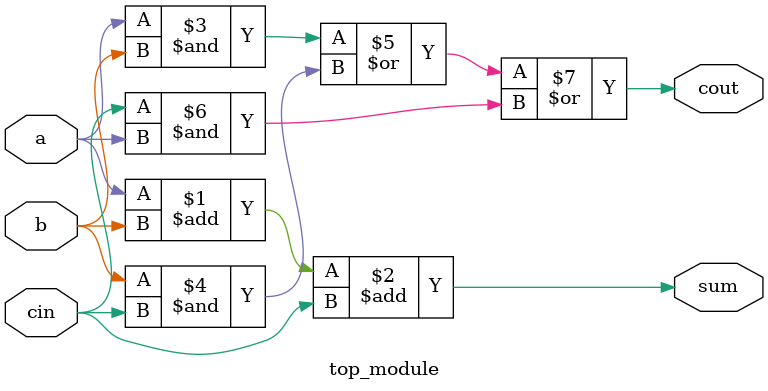
<source format=v>
module top_module( 
    input a, b, cin,
    output cout, sum );

    assign sum = a + b + cin;
    assign cout = a&b | b&cin | cin&a;
endmodule


</source>
